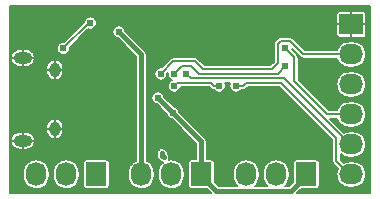
<source format=gbl>
G04 #@! TF.FileFunction,Copper,L2,Bot,Signal*
%FSLAX46Y46*%
G04 Gerber Fmt 4.6, Leading zero omitted, Abs format (unit mm)*
G04 Created by KiCad (PCBNEW 4.0.0-stable) date Sunday, July 24, 2016 'PMt' 12:32:08 PM*
%MOMM*%
G01*
G04 APERTURE LIST*
%ADD10C,0.100000*%
%ADD11O,0.950000X1.250000*%
%ADD12O,1.550000X1.000000*%
%ADD13R,1.727200X2.032000*%
%ADD14O,1.727200X2.032000*%
%ADD15R,2.032000X1.727200*%
%ADD16O,2.032000X1.727200*%
%ADD17C,0.609600*%
%ADD18C,0.400000*%
%ADD19C,0.200000*%
G04 APERTURE END LIST*
D10*
D11*
X4102540Y10755900D03*
X4102540Y5755900D03*
D12*
X1402540Y11755900D03*
X1402540Y4755900D03*
D13*
X16510000Y1905000D03*
D14*
X13970000Y1905000D03*
X11430000Y1905000D03*
D13*
X7620000Y1905000D03*
D14*
X5080000Y1905000D03*
X2540000Y1905000D03*
D15*
X29210000Y14605000D03*
D16*
X29210000Y12065000D03*
X29210000Y9525000D03*
X29210000Y6985000D03*
X29210000Y4445000D03*
X29210000Y1905000D03*
D13*
X25400000Y1905000D03*
D14*
X22860000Y1905000D03*
X20320000Y1905000D03*
D17*
X14097000Y7112000D03*
X12827000Y8382000D03*
X14097000Y6096000D03*
X8509000Y9144000D03*
X9144000Y6477000D03*
X12192000Y7747000D03*
X10668000Y7747000D03*
X9779000Y8636000D03*
X8509000Y7366000D03*
X6985000Y7366000D03*
X5461000Y7366000D03*
X3810000Y14605000D03*
X1270000Y14605000D03*
X6985000Y10795000D03*
X10287000Y3048000D03*
X21844000Y8128000D03*
X21590000Y15240000D03*
X14605000Y15240000D03*
X9525000Y13970000D03*
X7112000Y14732000D03*
X4826000Y12573000D03*
X23622000Y12573000D03*
X14224000Y9398000D03*
X18034000Y9398000D03*
X13081000Y10414000D03*
X15240000Y10414000D03*
X19431000Y9398000D03*
X14224000Y10414000D03*
X23622000Y11049000D03*
D18*
X13360855Y3350084D02*
X13208000Y3502939D01*
X13208000Y3502939D02*
X13208000Y3683000D01*
X12827000Y8382000D02*
X14097000Y7112000D01*
X14097000Y7112000D02*
X16510000Y4699000D01*
X16510000Y4699000D02*
X16510000Y4318000D01*
X16510000Y1905000D02*
X16510000Y1752600D01*
X16510000Y1752600D02*
X17773600Y489000D01*
X17773600Y489000D02*
X24136400Y489000D01*
X24136400Y489000D02*
X25400000Y1752600D01*
X25400000Y1752600D02*
X25400000Y1905000D01*
X16510000Y4318000D02*
X16510000Y1905000D01*
X10287000Y3048000D02*
X10493951Y2841049D01*
X21844000Y8128000D02*
X21717000Y8001000D01*
X21717000Y8001000D02*
X21717000Y7747000D01*
X21590000Y15240000D02*
X21590000Y14605000D01*
X1270000Y14605000D02*
X1905000Y14605000D01*
X9525000Y13970000D02*
X11430000Y12065000D01*
X11430000Y1905000D02*
X11430000Y12065000D01*
D19*
X4826000Y12573000D02*
X6985000Y14732000D01*
X6985000Y14732000D02*
X7112000Y14732000D01*
X29210000Y6985000D02*
X27178000Y6985000D01*
X27178000Y6985000D02*
X24384000Y9779000D01*
X24384000Y9779000D02*
X24384000Y11811000D01*
X24384000Y11811000D02*
X23622000Y12573000D01*
X14478000Y9652000D02*
X14224000Y9398000D01*
X17355736Y9652000D02*
X14478000Y9652000D01*
X18034000Y9398000D02*
X17609736Y9398000D01*
X17609736Y9398000D02*
X17355736Y9652000D01*
X14533215Y11471813D02*
X14138813Y11471813D01*
X14138813Y11471813D02*
X13081000Y10414000D01*
X16006127Y11471813D02*
X14533215Y11471813D01*
X22479000Y10795000D02*
X16682940Y10795000D01*
X16682940Y10795000D02*
X16006127Y11471813D01*
X29210000Y12065000D02*
X25146000Y12065000D01*
X23241000Y13208000D02*
X22987000Y12954000D01*
X22987000Y12954000D02*
X22987000Y11303000D01*
X22987000Y11303000D02*
X22479000Y10795000D01*
X25146000Y12065000D02*
X24003000Y13208000D01*
X24003000Y13208000D02*
X23241000Y13208000D01*
X15240000Y10414000D02*
X15621000Y10033000D01*
X15621000Y10033000D02*
X23469600Y10033000D01*
X23469600Y10033000D02*
X29057600Y4445000D01*
X29057600Y4445000D02*
X29210000Y4445000D01*
X19431000Y9398000D02*
X20066000Y9398000D01*
X20066000Y9398000D02*
X20320000Y9652000D01*
X20320000Y9652000D02*
X23241000Y9652000D01*
X23241000Y9652000D02*
X27940000Y4953000D01*
X27940000Y4953000D02*
X27940000Y3022600D01*
X27940000Y3022600D02*
X29057600Y1905000D01*
X29057600Y1905000D02*
X29210000Y1905000D01*
X15101846Y11093402D02*
X14903402Y11093402D01*
X14903402Y11093402D02*
X14224000Y10414000D01*
X15101846Y11093402D02*
X15043804Y11093402D01*
X15632154Y11093402D02*
X15101846Y11093402D01*
X16303987Y10421569D02*
X15632154Y11093402D01*
X22994569Y10421569D02*
X16303987Y10421569D01*
X23622000Y11049000D02*
X22994569Y10421569D01*
G36*
X30787600Y327400D02*
X24614590Y327400D01*
X24922569Y635379D01*
X26263600Y635379D01*
X26303794Y638584D01*
X26371967Y659696D01*
X26431559Y698965D01*
X26477852Y753281D01*
X26507180Y818343D01*
X26517221Y889000D01*
X26517221Y2921000D01*
X26514016Y2961194D01*
X26492904Y3029367D01*
X26453635Y3088959D01*
X26399319Y3135252D01*
X26334257Y3164580D01*
X26263600Y3174621D01*
X24536400Y3174621D01*
X24496206Y3171416D01*
X24428033Y3150304D01*
X24368441Y3111035D01*
X24322148Y3056719D01*
X24292820Y2991657D01*
X24282779Y2921000D01*
X24282779Y1275169D01*
X23949010Y941400D01*
X23631233Y941400D01*
X23640824Y949111D01*
X23780827Y1115960D01*
X23885755Y1306824D01*
X23951613Y1514434D01*
X23975891Y1730881D01*
X23976000Y1746463D01*
X23976000Y2063537D01*
X23954746Y2280303D01*
X23891793Y2488812D01*
X23789540Y2681122D01*
X23651881Y2849909D01*
X23484059Y2988743D01*
X23292467Y3092336D01*
X23084403Y3156743D01*
X22867791Y3179510D01*
X22650882Y3159770D01*
X22441939Y3098274D01*
X22248919Y2997366D01*
X22079176Y2860889D01*
X21939173Y2694040D01*
X21834245Y2503176D01*
X21768387Y2295566D01*
X21744109Y2079119D01*
X21744000Y2063537D01*
X21744000Y1746463D01*
X21765254Y1529697D01*
X21828207Y1321188D01*
X21930460Y1128878D01*
X22068119Y960091D01*
X22090713Y941400D01*
X21091233Y941400D01*
X21100824Y949111D01*
X21240827Y1115960D01*
X21345755Y1306824D01*
X21411613Y1514434D01*
X21435891Y1730881D01*
X21436000Y1746463D01*
X21436000Y2063537D01*
X21414746Y2280303D01*
X21351793Y2488812D01*
X21249540Y2681122D01*
X21111881Y2849909D01*
X20944059Y2988743D01*
X20752467Y3092336D01*
X20544403Y3156743D01*
X20327791Y3179510D01*
X20110882Y3159770D01*
X19901939Y3098274D01*
X19708919Y2997366D01*
X19539176Y2860889D01*
X19399173Y2694040D01*
X19294245Y2503176D01*
X19228387Y2295566D01*
X19204109Y2079119D01*
X19204000Y2063537D01*
X19204000Y1746463D01*
X19225254Y1529697D01*
X19288207Y1321188D01*
X19390460Y1128878D01*
X19528119Y960091D01*
X19550713Y941400D01*
X17960990Y941400D01*
X17627221Y1275169D01*
X17627221Y2921000D01*
X17624016Y2961194D01*
X17602904Y3029367D01*
X17563635Y3088959D01*
X17509319Y3135252D01*
X17444257Y3164580D01*
X17373600Y3174621D01*
X16962400Y3174621D01*
X16962400Y4699000D01*
X16958317Y4740639D01*
X16954679Y4782220D01*
X16954017Y4784500D01*
X16953784Y4786872D01*
X16941693Y4826921D01*
X16930047Y4867007D01*
X16928953Y4869118D01*
X16928265Y4871396D01*
X16908630Y4908325D01*
X16889414Y4945395D01*
X16887932Y4947252D01*
X16886814Y4949354D01*
X16860379Y4981767D01*
X16834330Y5014398D01*
X16831069Y5017704D01*
X16831010Y5017777D01*
X16830943Y5017833D01*
X16829895Y5018895D01*
X14647328Y7201462D01*
X14632999Y7273828D01*
X14591359Y7374855D01*
X14530888Y7465871D01*
X14453891Y7543407D01*
X14363300Y7604512D01*
X14262566Y7646857D01*
X14186272Y7662518D01*
X13377328Y8471462D01*
X13362999Y8543828D01*
X13321359Y8644855D01*
X13260888Y8735871D01*
X13183891Y8813407D01*
X13093300Y8874512D01*
X12992566Y8916857D01*
X12885525Y8938829D01*
X12776255Y8939592D01*
X12668918Y8919116D01*
X12567602Y8878182D01*
X12476167Y8818348D01*
X12398095Y8741894D01*
X12336359Y8651732D01*
X12293312Y8551296D01*
X12270593Y8444411D01*
X12269068Y8335149D01*
X12288793Y8227672D01*
X12329019Y8126073D01*
X12388213Y8034222D01*
X12464120Y7955618D01*
X12553849Y7893254D01*
X12653983Y7849507D01*
X12738224Y7830986D01*
X13546937Y7022273D01*
X13558793Y6957672D01*
X13599019Y6856073D01*
X13658213Y6764222D01*
X13734120Y6685618D01*
X13823849Y6623254D01*
X13923983Y6579507D01*
X14008224Y6560986D01*
X16057600Y4511610D01*
X16057600Y3174621D01*
X15646400Y3174621D01*
X15606206Y3171416D01*
X15538033Y3150304D01*
X15478441Y3111035D01*
X15432148Y3056719D01*
X15402820Y2991657D01*
X15392779Y2921000D01*
X15392779Y889000D01*
X15395984Y848806D01*
X15417096Y780633D01*
X15456365Y721041D01*
X15510681Y674748D01*
X15575743Y645420D01*
X15646400Y635379D01*
X16987431Y635379D01*
X17295410Y327400D01*
X327400Y327400D01*
X327400Y2063537D01*
X1424000Y2063537D01*
X1424000Y1746463D01*
X1445254Y1529697D01*
X1508207Y1321188D01*
X1610460Y1128878D01*
X1748119Y960091D01*
X1915941Y821257D01*
X2107533Y717664D01*
X2315597Y653257D01*
X2532209Y630490D01*
X2749118Y650230D01*
X2958061Y711726D01*
X3151081Y812634D01*
X3320824Y949111D01*
X3460827Y1115960D01*
X3565755Y1306824D01*
X3631613Y1514434D01*
X3655891Y1730881D01*
X3656000Y1746463D01*
X3656000Y2063537D01*
X3964000Y2063537D01*
X3964000Y1746463D01*
X3985254Y1529697D01*
X4048207Y1321188D01*
X4150460Y1128878D01*
X4288119Y960091D01*
X4455941Y821257D01*
X4647533Y717664D01*
X4855597Y653257D01*
X5072209Y630490D01*
X5289118Y650230D01*
X5498061Y711726D01*
X5691081Y812634D01*
X5860824Y949111D01*
X6000827Y1115960D01*
X6105755Y1306824D01*
X6171613Y1514434D01*
X6195891Y1730881D01*
X6196000Y1746463D01*
X6196000Y2063537D01*
X6174746Y2280303D01*
X6111793Y2488812D01*
X6009540Y2681122D01*
X5871881Y2849909D01*
X5785947Y2921000D01*
X6502779Y2921000D01*
X6502779Y889000D01*
X6505984Y848806D01*
X6527096Y780633D01*
X6566365Y721041D01*
X6620681Y674748D01*
X6685743Y645420D01*
X6756400Y635379D01*
X8483600Y635379D01*
X8523794Y638584D01*
X8591967Y659696D01*
X8651559Y698965D01*
X8697852Y753281D01*
X8727180Y818343D01*
X8737221Y889000D01*
X8737221Y2921000D01*
X8734016Y2961194D01*
X8712904Y3029367D01*
X8673635Y3088959D01*
X8619319Y3135252D01*
X8554257Y3164580D01*
X8483600Y3174621D01*
X6756400Y3174621D01*
X6716206Y3171416D01*
X6648033Y3150304D01*
X6588441Y3111035D01*
X6542148Y3056719D01*
X6512820Y2991657D01*
X6502779Y2921000D01*
X5785947Y2921000D01*
X5704059Y2988743D01*
X5512467Y3092336D01*
X5304403Y3156743D01*
X5087791Y3179510D01*
X4870882Y3159770D01*
X4661939Y3098274D01*
X4468919Y2997366D01*
X4299176Y2860889D01*
X4159173Y2694040D01*
X4054245Y2503176D01*
X3988387Y2295566D01*
X3964109Y2079119D01*
X3964000Y2063537D01*
X3656000Y2063537D01*
X3634746Y2280303D01*
X3571793Y2488812D01*
X3469540Y2681122D01*
X3331881Y2849909D01*
X3164059Y2988743D01*
X2972467Y3092336D01*
X2764403Y3156743D01*
X2547791Y3179510D01*
X2330882Y3159770D01*
X2121939Y3098274D01*
X1928919Y2997366D01*
X1759176Y2860889D01*
X1619173Y2694040D01*
X1514245Y2503176D01*
X1448387Y2295566D01*
X1424109Y2079119D01*
X1424000Y2063537D01*
X327400Y2063537D01*
X327400Y4638194D01*
X384404Y4638194D01*
X389596Y4609120D01*
X432411Y4467975D01*
X501939Y4337894D01*
X595509Y4223877D01*
X709524Y4130305D01*
X839604Y4060775D01*
X980749Y4017958D01*
X1127535Y4003500D01*
X1402535Y4003500D01*
X1402535Y4755895D01*
X1402545Y4755895D01*
X1402545Y4003500D01*
X1677545Y4003500D01*
X1824331Y4017958D01*
X1965476Y4060775D01*
X2095556Y4130305D01*
X2209571Y4223877D01*
X2303141Y4337894D01*
X2372669Y4467975D01*
X2415484Y4609120D01*
X2420676Y4638194D01*
X2366840Y4755895D01*
X1402545Y4755895D01*
X1402535Y4755895D01*
X438240Y4755895D01*
X384404Y4638194D01*
X327400Y4638194D01*
X327400Y4873606D01*
X384404Y4873606D01*
X438240Y4755905D01*
X1402535Y4755905D01*
X1402535Y5508300D01*
X1402545Y5508300D01*
X1402545Y4755905D01*
X2366840Y4755905D01*
X2420676Y4873606D01*
X2415484Y4902680D01*
X2372669Y5043825D01*
X2303141Y5173906D01*
X2209571Y5287923D01*
X2095556Y5381495D01*
X1965476Y5451025D01*
X1824331Y5493842D01*
X1677545Y5508300D01*
X1402545Y5508300D01*
X1402535Y5508300D01*
X1127535Y5508300D01*
X980749Y5493842D01*
X839604Y5451025D01*
X709524Y5381495D01*
X595509Y5287923D01*
X501939Y5173906D01*
X432411Y5043825D01*
X389596Y4902680D01*
X384404Y4873606D01*
X327400Y4873606D01*
X327400Y5755895D01*
X3375140Y5755895D01*
X3375140Y5605895D01*
X3389118Y5463986D01*
X3430512Y5327531D01*
X3497732Y5201774D01*
X3588194Y5091547D01*
X3698422Y5001086D01*
X3824180Y4933868D01*
X3960636Y4892476D01*
X3988745Y4887456D01*
X4102535Y4941600D01*
X4102535Y5755895D01*
X4102545Y5755895D01*
X4102545Y4941600D01*
X4216335Y4887456D01*
X4244444Y4892476D01*
X4380900Y4933868D01*
X4506658Y5001086D01*
X4616886Y5091547D01*
X4707348Y5201774D01*
X4774568Y5327531D01*
X4815962Y5463986D01*
X4829940Y5605895D01*
X4829940Y5755895D01*
X4102545Y5755895D01*
X4102535Y5755895D01*
X3375140Y5755895D01*
X327400Y5755895D01*
X327400Y5905905D01*
X3375140Y5905905D01*
X3375140Y5755905D01*
X4102535Y5755905D01*
X4102535Y6570200D01*
X4102545Y6570200D01*
X4102545Y5755905D01*
X4829940Y5755905D01*
X4829940Y5905905D01*
X4815962Y6047814D01*
X4774568Y6184269D01*
X4707348Y6310026D01*
X4616886Y6420253D01*
X4506658Y6510714D01*
X4380900Y6577932D01*
X4244444Y6619324D01*
X4216335Y6624344D01*
X4102545Y6570200D01*
X4102535Y6570200D01*
X3988745Y6624344D01*
X3960636Y6619324D01*
X3824180Y6577932D01*
X3698422Y6510714D01*
X3588194Y6420253D01*
X3497732Y6310026D01*
X3430512Y6184269D01*
X3389118Y6047814D01*
X3375140Y5905905D01*
X327400Y5905905D01*
X327400Y10755895D01*
X3375140Y10755895D01*
X3375140Y10605895D01*
X3389118Y10463986D01*
X3430512Y10327531D01*
X3497732Y10201774D01*
X3588194Y10091547D01*
X3698422Y10001086D01*
X3824180Y9933868D01*
X3960636Y9892476D01*
X3988745Y9887456D01*
X4102535Y9941600D01*
X4102535Y10755895D01*
X4102545Y10755895D01*
X4102545Y9941600D01*
X4216335Y9887456D01*
X4244444Y9892476D01*
X4380900Y9933868D01*
X4506658Y10001086D01*
X4616886Y10091547D01*
X4707348Y10201774D01*
X4774568Y10327531D01*
X4815962Y10463986D01*
X4829940Y10605895D01*
X4829940Y10755895D01*
X4102545Y10755895D01*
X4102535Y10755895D01*
X3375140Y10755895D01*
X327400Y10755895D01*
X327400Y10905905D01*
X3375140Y10905905D01*
X3375140Y10755905D01*
X4102535Y10755905D01*
X4102535Y11570200D01*
X4102545Y11570200D01*
X4102545Y10755905D01*
X4829940Y10755905D01*
X4829940Y10905905D01*
X4815962Y11047814D01*
X4774568Y11184269D01*
X4707348Y11310026D01*
X4616886Y11420253D01*
X4506658Y11510714D01*
X4380900Y11577932D01*
X4244444Y11619324D01*
X4216335Y11624344D01*
X4102545Y11570200D01*
X4102535Y11570200D01*
X3988745Y11624344D01*
X3960636Y11619324D01*
X3824180Y11577932D01*
X3698422Y11510714D01*
X3588194Y11420253D01*
X3497732Y11310026D01*
X3430512Y11184269D01*
X3389118Y11047814D01*
X3375140Y10905905D01*
X327400Y10905905D01*
X327400Y11638194D01*
X384404Y11638194D01*
X389596Y11609120D01*
X432411Y11467975D01*
X501939Y11337894D01*
X595509Y11223877D01*
X709524Y11130305D01*
X839604Y11060775D01*
X980749Y11017958D01*
X1127535Y11003500D01*
X1402535Y11003500D01*
X1402535Y11755895D01*
X1402545Y11755895D01*
X1402545Y11003500D01*
X1677545Y11003500D01*
X1824331Y11017958D01*
X1965476Y11060775D01*
X2095556Y11130305D01*
X2209571Y11223877D01*
X2303141Y11337894D01*
X2372669Y11467975D01*
X2415484Y11609120D01*
X2420676Y11638194D01*
X2366840Y11755895D01*
X1402545Y11755895D01*
X1402535Y11755895D01*
X438240Y11755895D01*
X384404Y11638194D01*
X327400Y11638194D01*
X327400Y11873606D01*
X384404Y11873606D01*
X438240Y11755905D01*
X1402535Y11755905D01*
X1402535Y12508300D01*
X1402545Y12508300D01*
X1402545Y11755905D01*
X2366840Y11755905D01*
X2420676Y11873606D01*
X2415484Y11902680D01*
X2372669Y12043825D01*
X2303141Y12173906D01*
X2209571Y12287923D01*
X2095556Y12381495D01*
X1965476Y12451025D01*
X1824331Y12493842D01*
X1677545Y12508300D01*
X1402545Y12508300D01*
X1402535Y12508300D01*
X1127535Y12508300D01*
X980749Y12493842D01*
X839604Y12451025D01*
X709524Y12381495D01*
X595509Y12287923D01*
X501939Y12173906D01*
X432411Y12043825D01*
X389596Y11902680D01*
X384404Y11873606D01*
X327400Y11873606D01*
X327400Y12526149D01*
X4268068Y12526149D01*
X4287793Y12418672D01*
X4328019Y12317073D01*
X4387213Y12225222D01*
X4463120Y12146618D01*
X4552849Y12084254D01*
X4652983Y12040507D01*
X4759706Y12017043D01*
X4868955Y12014754D01*
X4976567Y12033729D01*
X5078445Y12073245D01*
X5170706Y12131796D01*
X5249839Y12207152D01*
X5312827Y12296444D01*
X5357272Y12396269D01*
X5381481Y12502826D01*
X5383224Y12627636D01*
X5382527Y12631159D01*
X6674517Y13923149D01*
X8967068Y13923149D01*
X8986793Y13815672D01*
X9027019Y13714073D01*
X9086213Y13622222D01*
X9162120Y13543618D01*
X9251849Y13481254D01*
X9351983Y13437507D01*
X9436224Y13418986D01*
X10977600Y11877610D01*
X10977600Y3080322D01*
X10818919Y2997366D01*
X10649176Y2860889D01*
X10509173Y2694040D01*
X10404245Y2503176D01*
X10338387Y2295566D01*
X10314109Y2079119D01*
X10314000Y2063537D01*
X10314000Y1746463D01*
X10335254Y1529697D01*
X10398207Y1321188D01*
X10500460Y1128878D01*
X10638119Y960091D01*
X10805941Y821257D01*
X10997533Y717664D01*
X11205597Y653257D01*
X11422209Y630490D01*
X11639118Y650230D01*
X11848061Y711726D01*
X12041081Y812634D01*
X12210824Y949111D01*
X12350827Y1115960D01*
X12455755Y1306824D01*
X12521613Y1514434D01*
X12545891Y1730881D01*
X12546000Y1746463D01*
X12546000Y2063537D01*
X12524746Y2280303D01*
X12461793Y2488812D01*
X12359540Y2681122D01*
X12221881Y2849909D01*
X12054059Y2988743D01*
X11882400Y3081558D01*
X11882400Y3683000D01*
X12755600Y3683000D01*
X12755600Y3502939D01*
X12759678Y3461346D01*
X12763320Y3419720D01*
X12763984Y3417435D01*
X12764216Y3415067D01*
X12776299Y3375047D01*
X12787953Y3334932D01*
X12789047Y3332821D01*
X12789735Y3330543D01*
X12809370Y3293614D01*
X12828586Y3256544D01*
X12830068Y3254687D01*
X12831186Y3252585D01*
X12857621Y3220172D01*
X12883670Y3187541D01*
X12886931Y3184235D01*
X12886990Y3184162D01*
X12887057Y3184106D01*
X12888105Y3183044D01*
X13040960Y3030189D01*
X13109187Y2974146D01*
X13187000Y2932423D01*
X13253036Y2912234D01*
X13189176Y2860889D01*
X13049173Y2694040D01*
X12944245Y2503176D01*
X12878387Y2295566D01*
X12854109Y2079119D01*
X12854000Y2063537D01*
X12854000Y1746463D01*
X12875254Y1529697D01*
X12938207Y1321188D01*
X13040460Y1128878D01*
X13178119Y960091D01*
X13345941Y821257D01*
X13537533Y717664D01*
X13745597Y653257D01*
X13962209Y630490D01*
X14179118Y650230D01*
X14388061Y711726D01*
X14581081Y812634D01*
X14750824Y949111D01*
X14890827Y1115960D01*
X14995755Y1306824D01*
X15061613Y1514434D01*
X15085891Y1730881D01*
X15086000Y1746463D01*
X15086000Y2063537D01*
X15064746Y2280303D01*
X15001793Y2488812D01*
X14899540Y2681122D01*
X14761881Y2849909D01*
X14594059Y2988743D01*
X14402467Y3092336D01*
X14194403Y3156743D01*
X13977791Y3179510D01*
X13770377Y3160634D01*
X13777292Y3173317D01*
X13803695Y3257570D01*
X13813230Y3345347D01*
X13805535Y3433303D01*
X13780902Y3518091D01*
X13740270Y3596479D01*
X13685185Y3665482D01*
X13680750Y3669979D01*
X13659603Y3691126D01*
X13651784Y3770872D01*
X13626265Y3855396D01*
X13584814Y3933354D01*
X13529010Y4001777D01*
X13460979Y4058057D01*
X13383312Y4100051D01*
X13298968Y4126160D01*
X13211158Y4135389D01*
X13123229Y4127387D01*
X13038528Y4102458D01*
X12960282Y4061552D01*
X12891472Y4006227D01*
X12834719Y3938591D01*
X12792183Y3861219D01*
X12765486Y3777059D01*
X12755644Y3689316D01*
X12755600Y3683000D01*
X11882400Y3683000D01*
X11882400Y10367149D01*
X12523068Y10367149D01*
X12542793Y10259672D01*
X12583019Y10158073D01*
X12642213Y10066222D01*
X12718120Y9987618D01*
X12807849Y9925254D01*
X12907983Y9881507D01*
X13014706Y9858043D01*
X13123955Y9855754D01*
X13231567Y9874729D01*
X13333445Y9914245D01*
X13425706Y9972796D01*
X13504839Y10048152D01*
X13567827Y10137444D01*
X13612272Y10237269D01*
X13636481Y10343826D01*
X13638224Y10468636D01*
X13637527Y10472158D01*
X13674561Y10509193D01*
X13667593Y10476411D01*
X13666068Y10367149D01*
X13685793Y10259672D01*
X13726019Y10158073D01*
X13785213Y10066222D01*
X13861120Y9987618D01*
X13950849Y9925254D01*
X13994407Y9906224D01*
X13964602Y9894182D01*
X13873167Y9834348D01*
X13795095Y9757894D01*
X13733359Y9667732D01*
X13690312Y9567296D01*
X13667593Y9460411D01*
X13666068Y9351149D01*
X13685793Y9243672D01*
X13726019Y9142073D01*
X13785213Y9050222D01*
X13861120Y8971618D01*
X13950849Y8909254D01*
X14050983Y8865507D01*
X14157706Y8842043D01*
X14266955Y8839754D01*
X14374567Y8858729D01*
X14476445Y8898245D01*
X14568706Y8956796D01*
X14647839Y9032152D01*
X14710827Y9121444D01*
X14755272Y9221269D01*
X14773068Y9299600D01*
X17209768Y9299600D01*
X17360551Y9148816D01*
X17385741Y9128125D01*
X17410642Y9107230D01*
X17412263Y9106339D01*
X17413697Y9105161D01*
X17442415Y9089763D01*
X17470911Y9074097D01*
X17472676Y9073537D01*
X17474310Y9072661D01*
X17505428Y9063148D01*
X17536468Y9053301D01*
X17538312Y9053094D01*
X17540082Y9052553D01*
X17572441Y9049266D01*
X17599015Y9046285D01*
X17671120Y8971618D01*
X17760849Y8909254D01*
X17860983Y8865507D01*
X17967706Y8842043D01*
X18076955Y8839754D01*
X18184567Y8858729D01*
X18286445Y8898245D01*
X18378706Y8956796D01*
X18457839Y9032152D01*
X18520827Y9121444D01*
X18565272Y9221269D01*
X18589481Y9327826D01*
X18591224Y9452636D01*
X18569999Y9559828D01*
X18528359Y9660855D01*
X18515240Y9680600D01*
X18949170Y9680600D01*
X18940359Y9667732D01*
X18897312Y9567296D01*
X18874593Y9460411D01*
X18873068Y9351149D01*
X18892793Y9243672D01*
X18933019Y9142073D01*
X18992213Y9050222D01*
X19068120Y8971618D01*
X19157849Y8909254D01*
X19257983Y8865507D01*
X19364706Y8842043D01*
X19473955Y8839754D01*
X19581567Y8858729D01*
X19683445Y8898245D01*
X19775706Y8956796D01*
X19854839Y9032152D01*
X19864325Y9045600D01*
X20066000Y9045600D01*
X20098462Y9048783D01*
X20130825Y9051614D01*
X20132601Y9052130D01*
X20134448Y9052311D01*
X20165653Y9061733D01*
X20196870Y9070802D01*
X20198514Y9071654D01*
X20200289Y9072190D01*
X20229037Y9087476D01*
X20257931Y9102453D01*
X20259380Y9103609D01*
X20261015Y9104479D01*
X20286246Y9125057D01*
X20311681Y9145361D01*
X20314255Y9147900D01*
X20314313Y9147947D01*
X20314358Y9148001D01*
X20315184Y9148816D01*
X20465969Y9299600D01*
X23095032Y9299600D01*
X27587600Y4807031D01*
X27587600Y3022600D01*
X27590783Y2990138D01*
X27593614Y2957775D01*
X27594130Y2955999D01*
X27594311Y2954152D01*
X27603733Y2922947D01*
X27612802Y2891730D01*
X27613654Y2890086D01*
X27614190Y2888311D01*
X27629476Y2859563D01*
X27644453Y2830669D01*
X27645609Y2829220D01*
X27646479Y2827585D01*
X27667057Y2802354D01*
X27687361Y2776919D01*
X27689900Y2774345D01*
X27689947Y2774287D01*
X27690001Y2774242D01*
X27690816Y2773416D01*
X28059197Y2405035D01*
X28022664Y2337467D01*
X27958257Y2129403D01*
X27935490Y1912791D01*
X27955230Y1695882D01*
X28016726Y1486939D01*
X28117634Y1293919D01*
X28254111Y1124176D01*
X28420960Y984173D01*
X28611824Y879245D01*
X28819434Y813387D01*
X29035881Y789109D01*
X29051463Y789000D01*
X29368537Y789000D01*
X29585303Y810254D01*
X29793812Y873207D01*
X29986122Y975460D01*
X30154909Y1113119D01*
X30293743Y1280941D01*
X30397336Y1472533D01*
X30461743Y1680597D01*
X30484510Y1897209D01*
X30464770Y2114118D01*
X30403274Y2323061D01*
X30302366Y2516081D01*
X30165889Y2685824D01*
X29999040Y2825827D01*
X29808176Y2930755D01*
X29600566Y2996613D01*
X29384119Y3020891D01*
X29368537Y3021000D01*
X29051463Y3021000D01*
X28834697Y2999746D01*
X28626188Y2936793D01*
X28559587Y2901381D01*
X28292400Y3168568D01*
X28292400Y3632048D01*
X28420960Y3524173D01*
X28611824Y3419245D01*
X28819434Y3353387D01*
X29035881Y3329109D01*
X29051463Y3329000D01*
X29368537Y3329000D01*
X29585303Y3350254D01*
X29793812Y3413207D01*
X29986122Y3515460D01*
X30154909Y3653119D01*
X30293743Y3820941D01*
X30397336Y4012533D01*
X30461743Y4220597D01*
X30484510Y4437209D01*
X30464770Y4654118D01*
X30403274Y4863061D01*
X30302366Y5056081D01*
X30165889Y5225824D01*
X29999040Y5365827D01*
X29808176Y5470755D01*
X29600566Y5536613D01*
X29384119Y5560891D01*
X29368537Y5561000D01*
X29051463Y5561000D01*
X28834697Y5539746D01*
X28626188Y5476793D01*
X28559588Y5441381D01*
X27368369Y6632600D01*
X27997401Y6632600D01*
X28016726Y6566939D01*
X28117634Y6373919D01*
X28254111Y6204176D01*
X28420960Y6064173D01*
X28611824Y5959245D01*
X28819434Y5893387D01*
X29035881Y5869109D01*
X29051463Y5869000D01*
X29368537Y5869000D01*
X29585303Y5890254D01*
X29793812Y5953207D01*
X29986122Y6055460D01*
X30154909Y6193119D01*
X30293743Y6360941D01*
X30397336Y6552533D01*
X30461743Y6760597D01*
X30484510Y6977209D01*
X30464770Y7194118D01*
X30403274Y7403061D01*
X30302366Y7596081D01*
X30165889Y7765824D01*
X29999040Y7905827D01*
X29808176Y8010755D01*
X29600566Y8076613D01*
X29384119Y8100891D01*
X29368537Y8101000D01*
X29051463Y8101000D01*
X28834697Y8079746D01*
X28626188Y8016793D01*
X28433878Y7914540D01*
X28265091Y7776881D01*
X28126257Y7609059D01*
X28022664Y7417467D01*
X27997879Y7337400D01*
X27323969Y7337400D01*
X25128578Y9532791D01*
X27935490Y9532791D01*
X27955230Y9315882D01*
X28016726Y9106939D01*
X28117634Y8913919D01*
X28254111Y8744176D01*
X28420960Y8604173D01*
X28611824Y8499245D01*
X28819434Y8433387D01*
X29035881Y8409109D01*
X29051463Y8409000D01*
X29368537Y8409000D01*
X29585303Y8430254D01*
X29793812Y8493207D01*
X29986122Y8595460D01*
X30154909Y8733119D01*
X30293743Y8900941D01*
X30397336Y9092533D01*
X30461743Y9300597D01*
X30484510Y9517209D01*
X30464770Y9734118D01*
X30403274Y9943061D01*
X30302366Y10136081D01*
X30165889Y10305824D01*
X29999040Y10445827D01*
X29808176Y10550755D01*
X29600566Y10616613D01*
X29384119Y10640891D01*
X29368537Y10641000D01*
X29051463Y10641000D01*
X28834697Y10619746D01*
X28626188Y10556793D01*
X28433878Y10454540D01*
X28265091Y10316881D01*
X28126257Y10149059D01*
X28022664Y9957467D01*
X27958257Y9749403D01*
X27935490Y9532791D01*
X25128578Y9532791D01*
X24736400Y9924968D01*
X24736400Y11811000D01*
X24733217Y11843465D01*
X24730386Y11875825D01*
X24729870Y11877601D01*
X24729689Y11879448D01*
X24720267Y11910653D01*
X24711198Y11941870D01*
X24710346Y11943514D01*
X24709810Y11945289D01*
X24694524Y11974037D01*
X24679547Y12002931D01*
X24678390Y12004380D01*
X24677521Y12006015D01*
X24656968Y12031216D01*
X24636640Y12056681D01*
X24634096Y12059261D01*
X24634053Y12059313D01*
X24634004Y12059353D01*
X24633185Y12060184D01*
X24177661Y12515708D01*
X24177926Y12534705D01*
X24896815Y11815816D01*
X24922005Y11795125D01*
X24946906Y11774230D01*
X24948527Y11773339D01*
X24949961Y11772161D01*
X24978679Y11756763D01*
X25007175Y11741097D01*
X25008940Y11740537D01*
X25010574Y11739661D01*
X25041692Y11730148D01*
X25072732Y11720301D01*
X25074576Y11720094D01*
X25076346Y11719553D01*
X25108701Y11716266D01*
X25141080Y11712634D01*
X25144701Y11712609D01*
X25144770Y11712602D01*
X25144834Y11712608D01*
X25146000Y11712600D01*
X27997401Y11712600D01*
X28016726Y11646939D01*
X28117634Y11453919D01*
X28254111Y11284176D01*
X28420960Y11144173D01*
X28611824Y11039245D01*
X28819434Y10973387D01*
X29035881Y10949109D01*
X29051463Y10949000D01*
X29368537Y10949000D01*
X29585303Y10970254D01*
X29793812Y11033207D01*
X29986122Y11135460D01*
X30154909Y11273119D01*
X30293743Y11440941D01*
X30397336Y11632533D01*
X30461743Y11840597D01*
X30484510Y12057209D01*
X30464770Y12274118D01*
X30403274Y12483061D01*
X30302366Y12676081D01*
X30165889Y12845824D01*
X29999040Y12985827D01*
X29808176Y13090755D01*
X29600566Y13156613D01*
X29384119Y13180891D01*
X29368537Y13181000D01*
X29051463Y13181000D01*
X28834697Y13159746D01*
X28626188Y13096793D01*
X28433878Y12994540D01*
X28265091Y12856881D01*
X28126257Y12689059D01*
X28022664Y12497467D01*
X27997879Y12417400D01*
X25291969Y12417400D01*
X24252184Y13457184D01*
X24227020Y13477855D01*
X24202094Y13498770D01*
X24200473Y13499661D01*
X24199039Y13500839D01*
X24170321Y13516237D01*
X24141825Y13531903D01*
X24140060Y13532463D01*
X24138426Y13533339D01*
X24107308Y13542852D01*
X24076268Y13552699D01*
X24074424Y13552906D01*
X24072654Y13553447D01*
X24040299Y13556734D01*
X24007920Y13560366D01*
X24004299Y13560391D01*
X24004230Y13560398D01*
X24004166Y13560392D01*
X24003000Y13560400D01*
X23241000Y13560400D01*
X23208538Y13557217D01*
X23176175Y13554386D01*
X23174399Y13553870D01*
X23172552Y13553689D01*
X23141347Y13544267D01*
X23110130Y13535198D01*
X23108486Y13534346D01*
X23106711Y13533810D01*
X23077963Y13518524D01*
X23049069Y13503547D01*
X23047620Y13502390D01*
X23045985Y13501521D01*
X23020778Y13480963D01*
X22995318Y13460639D01*
X22992739Y13458096D01*
X22992687Y13458053D01*
X22992647Y13458004D01*
X22991815Y13457184D01*
X22737816Y13203184D01*
X22717145Y13178020D01*
X22696230Y13153094D01*
X22695339Y13151473D01*
X22694161Y13150039D01*
X22678763Y13121321D01*
X22663097Y13092825D01*
X22662537Y13091060D01*
X22661661Y13089426D01*
X22652148Y13058308D01*
X22642301Y13027268D01*
X22642094Y13025424D01*
X22641553Y13023654D01*
X22638266Y12991299D01*
X22634634Y12958920D01*
X22634609Y12955299D01*
X22634602Y12955230D01*
X22634608Y12955166D01*
X22634600Y12954000D01*
X22634600Y11448969D01*
X22333032Y11147400D01*
X16828909Y11147400D01*
X16255311Y11720997D01*
X16230147Y11741668D01*
X16205221Y11762583D01*
X16203600Y11763474D01*
X16202166Y11764652D01*
X16173448Y11780050D01*
X16144952Y11795716D01*
X16143187Y11796276D01*
X16141553Y11797152D01*
X16110435Y11806665D01*
X16079395Y11816512D01*
X16077551Y11816719D01*
X16075781Y11817260D01*
X16043426Y11820547D01*
X16011047Y11824179D01*
X16007426Y11824204D01*
X16007357Y11824211D01*
X16007293Y11824205D01*
X16006127Y11824213D01*
X14138813Y11824213D01*
X14106351Y11821030D01*
X14073988Y11818199D01*
X14072212Y11817683D01*
X14070365Y11817502D01*
X14039160Y11808080D01*
X14007943Y11799011D01*
X14006299Y11798159D01*
X14004524Y11797623D01*
X13975776Y11782337D01*
X13946882Y11767360D01*
X13945433Y11766203D01*
X13943798Y11765334D01*
X13918591Y11744776D01*
X13893131Y11724452D01*
X13890552Y11721909D01*
X13890500Y11721866D01*
X13890460Y11721817D01*
X13889628Y11720997D01*
X13139461Y10970829D01*
X13030255Y10971592D01*
X12922918Y10951116D01*
X12821602Y10910182D01*
X12730167Y10850348D01*
X12652095Y10773894D01*
X12590359Y10683732D01*
X12547312Y10583296D01*
X12524593Y10476411D01*
X12523068Y10367149D01*
X11882400Y10367149D01*
X11882400Y12065000D01*
X11878322Y12106593D01*
X11874680Y12148219D01*
X11874016Y12150504D01*
X11873784Y12152872D01*
X11861701Y12192892D01*
X11850047Y12233007D01*
X11848953Y12235118D01*
X11848265Y12237396D01*
X11828651Y12274285D01*
X11809415Y12311395D01*
X11807930Y12313255D01*
X11806814Y12315354D01*
X11780401Y12347740D01*
X11754330Y12380398D01*
X11751069Y12383704D01*
X11751010Y12383777D01*
X11750943Y12383833D01*
X11749895Y12384895D01*
X10075328Y14059462D01*
X10060999Y14131828D01*
X10019359Y14232855D01*
X9958888Y14323871D01*
X9881891Y14401407D01*
X9791300Y14462512D01*
X9690566Y14504857D01*
X9583525Y14526829D01*
X9474255Y14527592D01*
X9366918Y14507116D01*
X9265602Y14466182D01*
X9174167Y14406348D01*
X9096095Y14329894D01*
X9034359Y14239732D01*
X8991312Y14139296D01*
X8968593Y14032411D01*
X8967068Y13923149D01*
X6674517Y13923149D01*
X6948732Y14197364D01*
X7045706Y14176043D01*
X7154955Y14173754D01*
X7262567Y14192729D01*
X7364445Y14232245D01*
X7456706Y14290796D01*
X7535839Y14366152D01*
X7598827Y14455444D01*
X7637317Y14541895D01*
X27941600Y14541895D01*
X27941600Y13716541D01*
X27951300Y13667777D01*
X27970326Y13621844D01*
X27997948Y13580504D01*
X28033105Y13545348D01*
X28074444Y13517726D01*
X28120378Y13498700D01*
X28169141Y13489000D01*
X29146895Y13489000D01*
X29209995Y13552100D01*
X29209995Y14604995D01*
X29210005Y14604995D01*
X29210005Y13552100D01*
X29273105Y13489000D01*
X30250859Y13489000D01*
X30299622Y13498700D01*
X30345556Y13517726D01*
X30386895Y13545348D01*
X30422052Y13580504D01*
X30449674Y13621844D01*
X30468700Y13667777D01*
X30478400Y13716541D01*
X30478400Y14541895D01*
X30415300Y14604995D01*
X29210005Y14604995D01*
X29209995Y14604995D01*
X28004700Y14604995D01*
X27941600Y14541895D01*
X7637317Y14541895D01*
X7643272Y14555269D01*
X7667481Y14661826D01*
X7669224Y14786636D01*
X7647999Y14893828D01*
X7606359Y14994855D01*
X7545888Y15085871D01*
X7468891Y15163407D01*
X7378300Y15224512D01*
X7277566Y15266857D01*
X7170525Y15288829D01*
X7061255Y15289592D01*
X6953918Y15269116D01*
X6852602Y15228182D01*
X6761167Y15168348D01*
X6683095Y15091894D01*
X6621359Y15001732D01*
X6578312Y14901296D01*
X6557361Y14802729D01*
X4884461Y13129829D01*
X4775255Y13130592D01*
X4667918Y13110116D01*
X4566602Y13069182D01*
X4475167Y13009348D01*
X4397095Y12932894D01*
X4335359Y12842732D01*
X4292312Y12742296D01*
X4269593Y12635411D01*
X4268068Y12526149D01*
X327400Y12526149D01*
X327400Y15493459D01*
X27941600Y15493459D01*
X27941600Y14668105D01*
X28004700Y14605005D01*
X29209995Y14605005D01*
X29209995Y15657900D01*
X29210005Y15657900D01*
X29210005Y14605005D01*
X30415300Y14605005D01*
X30478400Y14668105D01*
X30478400Y15493459D01*
X30468700Y15542223D01*
X30449674Y15588156D01*
X30422052Y15629496D01*
X30386895Y15664652D01*
X30345556Y15692274D01*
X30299622Y15711300D01*
X30250859Y15721000D01*
X29273105Y15721000D01*
X29210005Y15657900D01*
X29209995Y15657900D01*
X29146895Y15721000D01*
X28169141Y15721000D01*
X28120378Y15711300D01*
X28074444Y15692274D01*
X28033105Y15664652D01*
X27997948Y15629496D01*
X27970326Y15588156D01*
X27951300Y15542223D01*
X27941600Y15493459D01*
X327400Y15493459D01*
X327400Y16182600D01*
X30787600Y16182600D01*
X30787600Y327400D01*
X30787600Y327400D01*
G37*
X30787600Y327400D02*
X24614590Y327400D01*
X24922569Y635379D01*
X26263600Y635379D01*
X26303794Y638584D01*
X26371967Y659696D01*
X26431559Y698965D01*
X26477852Y753281D01*
X26507180Y818343D01*
X26517221Y889000D01*
X26517221Y2921000D01*
X26514016Y2961194D01*
X26492904Y3029367D01*
X26453635Y3088959D01*
X26399319Y3135252D01*
X26334257Y3164580D01*
X26263600Y3174621D01*
X24536400Y3174621D01*
X24496206Y3171416D01*
X24428033Y3150304D01*
X24368441Y3111035D01*
X24322148Y3056719D01*
X24292820Y2991657D01*
X24282779Y2921000D01*
X24282779Y1275169D01*
X23949010Y941400D01*
X23631233Y941400D01*
X23640824Y949111D01*
X23780827Y1115960D01*
X23885755Y1306824D01*
X23951613Y1514434D01*
X23975891Y1730881D01*
X23976000Y1746463D01*
X23976000Y2063537D01*
X23954746Y2280303D01*
X23891793Y2488812D01*
X23789540Y2681122D01*
X23651881Y2849909D01*
X23484059Y2988743D01*
X23292467Y3092336D01*
X23084403Y3156743D01*
X22867791Y3179510D01*
X22650882Y3159770D01*
X22441939Y3098274D01*
X22248919Y2997366D01*
X22079176Y2860889D01*
X21939173Y2694040D01*
X21834245Y2503176D01*
X21768387Y2295566D01*
X21744109Y2079119D01*
X21744000Y2063537D01*
X21744000Y1746463D01*
X21765254Y1529697D01*
X21828207Y1321188D01*
X21930460Y1128878D01*
X22068119Y960091D01*
X22090713Y941400D01*
X21091233Y941400D01*
X21100824Y949111D01*
X21240827Y1115960D01*
X21345755Y1306824D01*
X21411613Y1514434D01*
X21435891Y1730881D01*
X21436000Y1746463D01*
X21436000Y2063537D01*
X21414746Y2280303D01*
X21351793Y2488812D01*
X21249540Y2681122D01*
X21111881Y2849909D01*
X20944059Y2988743D01*
X20752467Y3092336D01*
X20544403Y3156743D01*
X20327791Y3179510D01*
X20110882Y3159770D01*
X19901939Y3098274D01*
X19708919Y2997366D01*
X19539176Y2860889D01*
X19399173Y2694040D01*
X19294245Y2503176D01*
X19228387Y2295566D01*
X19204109Y2079119D01*
X19204000Y2063537D01*
X19204000Y1746463D01*
X19225254Y1529697D01*
X19288207Y1321188D01*
X19390460Y1128878D01*
X19528119Y960091D01*
X19550713Y941400D01*
X17960990Y941400D01*
X17627221Y1275169D01*
X17627221Y2921000D01*
X17624016Y2961194D01*
X17602904Y3029367D01*
X17563635Y3088959D01*
X17509319Y3135252D01*
X17444257Y3164580D01*
X17373600Y3174621D01*
X16962400Y3174621D01*
X16962400Y4699000D01*
X16958317Y4740639D01*
X16954679Y4782220D01*
X16954017Y4784500D01*
X16953784Y4786872D01*
X16941693Y4826921D01*
X16930047Y4867007D01*
X16928953Y4869118D01*
X16928265Y4871396D01*
X16908630Y4908325D01*
X16889414Y4945395D01*
X16887932Y4947252D01*
X16886814Y4949354D01*
X16860379Y4981767D01*
X16834330Y5014398D01*
X16831069Y5017704D01*
X16831010Y5017777D01*
X16830943Y5017833D01*
X16829895Y5018895D01*
X14647328Y7201462D01*
X14632999Y7273828D01*
X14591359Y7374855D01*
X14530888Y7465871D01*
X14453891Y7543407D01*
X14363300Y7604512D01*
X14262566Y7646857D01*
X14186272Y7662518D01*
X13377328Y8471462D01*
X13362999Y8543828D01*
X13321359Y8644855D01*
X13260888Y8735871D01*
X13183891Y8813407D01*
X13093300Y8874512D01*
X12992566Y8916857D01*
X12885525Y8938829D01*
X12776255Y8939592D01*
X12668918Y8919116D01*
X12567602Y8878182D01*
X12476167Y8818348D01*
X12398095Y8741894D01*
X12336359Y8651732D01*
X12293312Y8551296D01*
X12270593Y8444411D01*
X12269068Y8335149D01*
X12288793Y8227672D01*
X12329019Y8126073D01*
X12388213Y8034222D01*
X12464120Y7955618D01*
X12553849Y7893254D01*
X12653983Y7849507D01*
X12738224Y7830986D01*
X13546937Y7022273D01*
X13558793Y6957672D01*
X13599019Y6856073D01*
X13658213Y6764222D01*
X13734120Y6685618D01*
X13823849Y6623254D01*
X13923983Y6579507D01*
X14008224Y6560986D01*
X16057600Y4511610D01*
X16057600Y3174621D01*
X15646400Y3174621D01*
X15606206Y3171416D01*
X15538033Y3150304D01*
X15478441Y3111035D01*
X15432148Y3056719D01*
X15402820Y2991657D01*
X15392779Y2921000D01*
X15392779Y889000D01*
X15395984Y848806D01*
X15417096Y780633D01*
X15456365Y721041D01*
X15510681Y674748D01*
X15575743Y645420D01*
X15646400Y635379D01*
X16987431Y635379D01*
X17295410Y327400D01*
X327400Y327400D01*
X327400Y2063537D01*
X1424000Y2063537D01*
X1424000Y1746463D01*
X1445254Y1529697D01*
X1508207Y1321188D01*
X1610460Y1128878D01*
X1748119Y960091D01*
X1915941Y821257D01*
X2107533Y717664D01*
X2315597Y653257D01*
X2532209Y630490D01*
X2749118Y650230D01*
X2958061Y711726D01*
X3151081Y812634D01*
X3320824Y949111D01*
X3460827Y1115960D01*
X3565755Y1306824D01*
X3631613Y1514434D01*
X3655891Y1730881D01*
X3656000Y1746463D01*
X3656000Y2063537D01*
X3964000Y2063537D01*
X3964000Y1746463D01*
X3985254Y1529697D01*
X4048207Y1321188D01*
X4150460Y1128878D01*
X4288119Y960091D01*
X4455941Y821257D01*
X4647533Y717664D01*
X4855597Y653257D01*
X5072209Y630490D01*
X5289118Y650230D01*
X5498061Y711726D01*
X5691081Y812634D01*
X5860824Y949111D01*
X6000827Y1115960D01*
X6105755Y1306824D01*
X6171613Y1514434D01*
X6195891Y1730881D01*
X6196000Y1746463D01*
X6196000Y2063537D01*
X6174746Y2280303D01*
X6111793Y2488812D01*
X6009540Y2681122D01*
X5871881Y2849909D01*
X5785947Y2921000D01*
X6502779Y2921000D01*
X6502779Y889000D01*
X6505984Y848806D01*
X6527096Y780633D01*
X6566365Y721041D01*
X6620681Y674748D01*
X6685743Y645420D01*
X6756400Y635379D01*
X8483600Y635379D01*
X8523794Y638584D01*
X8591967Y659696D01*
X8651559Y698965D01*
X8697852Y753281D01*
X8727180Y818343D01*
X8737221Y889000D01*
X8737221Y2921000D01*
X8734016Y2961194D01*
X8712904Y3029367D01*
X8673635Y3088959D01*
X8619319Y3135252D01*
X8554257Y3164580D01*
X8483600Y3174621D01*
X6756400Y3174621D01*
X6716206Y3171416D01*
X6648033Y3150304D01*
X6588441Y3111035D01*
X6542148Y3056719D01*
X6512820Y2991657D01*
X6502779Y2921000D01*
X5785947Y2921000D01*
X5704059Y2988743D01*
X5512467Y3092336D01*
X5304403Y3156743D01*
X5087791Y3179510D01*
X4870882Y3159770D01*
X4661939Y3098274D01*
X4468919Y2997366D01*
X4299176Y2860889D01*
X4159173Y2694040D01*
X4054245Y2503176D01*
X3988387Y2295566D01*
X3964109Y2079119D01*
X3964000Y2063537D01*
X3656000Y2063537D01*
X3634746Y2280303D01*
X3571793Y2488812D01*
X3469540Y2681122D01*
X3331881Y2849909D01*
X3164059Y2988743D01*
X2972467Y3092336D01*
X2764403Y3156743D01*
X2547791Y3179510D01*
X2330882Y3159770D01*
X2121939Y3098274D01*
X1928919Y2997366D01*
X1759176Y2860889D01*
X1619173Y2694040D01*
X1514245Y2503176D01*
X1448387Y2295566D01*
X1424109Y2079119D01*
X1424000Y2063537D01*
X327400Y2063537D01*
X327400Y4638194D01*
X384404Y4638194D01*
X389596Y4609120D01*
X432411Y4467975D01*
X501939Y4337894D01*
X595509Y4223877D01*
X709524Y4130305D01*
X839604Y4060775D01*
X980749Y4017958D01*
X1127535Y4003500D01*
X1402535Y4003500D01*
X1402535Y4755895D01*
X1402545Y4755895D01*
X1402545Y4003500D01*
X1677545Y4003500D01*
X1824331Y4017958D01*
X1965476Y4060775D01*
X2095556Y4130305D01*
X2209571Y4223877D01*
X2303141Y4337894D01*
X2372669Y4467975D01*
X2415484Y4609120D01*
X2420676Y4638194D01*
X2366840Y4755895D01*
X1402545Y4755895D01*
X1402535Y4755895D01*
X438240Y4755895D01*
X384404Y4638194D01*
X327400Y4638194D01*
X327400Y4873606D01*
X384404Y4873606D01*
X438240Y4755905D01*
X1402535Y4755905D01*
X1402535Y5508300D01*
X1402545Y5508300D01*
X1402545Y4755905D01*
X2366840Y4755905D01*
X2420676Y4873606D01*
X2415484Y4902680D01*
X2372669Y5043825D01*
X2303141Y5173906D01*
X2209571Y5287923D01*
X2095556Y5381495D01*
X1965476Y5451025D01*
X1824331Y5493842D01*
X1677545Y5508300D01*
X1402545Y5508300D01*
X1402535Y5508300D01*
X1127535Y5508300D01*
X980749Y5493842D01*
X839604Y5451025D01*
X709524Y5381495D01*
X595509Y5287923D01*
X501939Y5173906D01*
X432411Y5043825D01*
X389596Y4902680D01*
X384404Y4873606D01*
X327400Y4873606D01*
X327400Y5755895D01*
X3375140Y5755895D01*
X3375140Y5605895D01*
X3389118Y5463986D01*
X3430512Y5327531D01*
X3497732Y5201774D01*
X3588194Y5091547D01*
X3698422Y5001086D01*
X3824180Y4933868D01*
X3960636Y4892476D01*
X3988745Y4887456D01*
X4102535Y4941600D01*
X4102535Y5755895D01*
X4102545Y5755895D01*
X4102545Y4941600D01*
X4216335Y4887456D01*
X4244444Y4892476D01*
X4380900Y4933868D01*
X4506658Y5001086D01*
X4616886Y5091547D01*
X4707348Y5201774D01*
X4774568Y5327531D01*
X4815962Y5463986D01*
X4829940Y5605895D01*
X4829940Y5755895D01*
X4102545Y5755895D01*
X4102535Y5755895D01*
X3375140Y5755895D01*
X327400Y5755895D01*
X327400Y5905905D01*
X3375140Y5905905D01*
X3375140Y5755905D01*
X4102535Y5755905D01*
X4102535Y6570200D01*
X4102545Y6570200D01*
X4102545Y5755905D01*
X4829940Y5755905D01*
X4829940Y5905905D01*
X4815962Y6047814D01*
X4774568Y6184269D01*
X4707348Y6310026D01*
X4616886Y6420253D01*
X4506658Y6510714D01*
X4380900Y6577932D01*
X4244444Y6619324D01*
X4216335Y6624344D01*
X4102545Y6570200D01*
X4102535Y6570200D01*
X3988745Y6624344D01*
X3960636Y6619324D01*
X3824180Y6577932D01*
X3698422Y6510714D01*
X3588194Y6420253D01*
X3497732Y6310026D01*
X3430512Y6184269D01*
X3389118Y6047814D01*
X3375140Y5905905D01*
X327400Y5905905D01*
X327400Y10755895D01*
X3375140Y10755895D01*
X3375140Y10605895D01*
X3389118Y10463986D01*
X3430512Y10327531D01*
X3497732Y10201774D01*
X3588194Y10091547D01*
X3698422Y10001086D01*
X3824180Y9933868D01*
X3960636Y9892476D01*
X3988745Y9887456D01*
X4102535Y9941600D01*
X4102535Y10755895D01*
X4102545Y10755895D01*
X4102545Y9941600D01*
X4216335Y9887456D01*
X4244444Y9892476D01*
X4380900Y9933868D01*
X4506658Y10001086D01*
X4616886Y10091547D01*
X4707348Y10201774D01*
X4774568Y10327531D01*
X4815962Y10463986D01*
X4829940Y10605895D01*
X4829940Y10755895D01*
X4102545Y10755895D01*
X4102535Y10755895D01*
X3375140Y10755895D01*
X327400Y10755895D01*
X327400Y10905905D01*
X3375140Y10905905D01*
X3375140Y10755905D01*
X4102535Y10755905D01*
X4102535Y11570200D01*
X4102545Y11570200D01*
X4102545Y10755905D01*
X4829940Y10755905D01*
X4829940Y10905905D01*
X4815962Y11047814D01*
X4774568Y11184269D01*
X4707348Y11310026D01*
X4616886Y11420253D01*
X4506658Y11510714D01*
X4380900Y11577932D01*
X4244444Y11619324D01*
X4216335Y11624344D01*
X4102545Y11570200D01*
X4102535Y11570200D01*
X3988745Y11624344D01*
X3960636Y11619324D01*
X3824180Y11577932D01*
X3698422Y11510714D01*
X3588194Y11420253D01*
X3497732Y11310026D01*
X3430512Y11184269D01*
X3389118Y11047814D01*
X3375140Y10905905D01*
X327400Y10905905D01*
X327400Y11638194D01*
X384404Y11638194D01*
X389596Y11609120D01*
X432411Y11467975D01*
X501939Y11337894D01*
X595509Y11223877D01*
X709524Y11130305D01*
X839604Y11060775D01*
X980749Y11017958D01*
X1127535Y11003500D01*
X1402535Y11003500D01*
X1402535Y11755895D01*
X1402545Y11755895D01*
X1402545Y11003500D01*
X1677545Y11003500D01*
X1824331Y11017958D01*
X1965476Y11060775D01*
X2095556Y11130305D01*
X2209571Y11223877D01*
X2303141Y11337894D01*
X2372669Y11467975D01*
X2415484Y11609120D01*
X2420676Y11638194D01*
X2366840Y11755895D01*
X1402545Y11755895D01*
X1402535Y11755895D01*
X438240Y11755895D01*
X384404Y11638194D01*
X327400Y11638194D01*
X327400Y11873606D01*
X384404Y11873606D01*
X438240Y11755905D01*
X1402535Y11755905D01*
X1402535Y12508300D01*
X1402545Y12508300D01*
X1402545Y11755905D01*
X2366840Y11755905D01*
X2420676Y11873606D01*
X2415484Y11902680D01*
X2372669Y12043825D01*
X2303141Y12173906D01*
X2209571Y12287923D01*
X2095556Y12381495D01*
X1965476Y12451025D01*
X1824331Y12493842D01*
X1677545Y12508300D01*
X1402545Y12508300D01*
X1402535Y12508300D01*
X1127535Y12508300D01*
X980749Y12493842D01*
X839604Y12451025D01*
X709524Y12381495D01*
X595509Y12287923D01*
X501939Y12173906D01*
X432411Y12043825D01*
X389596Y11902680D01*
X384404Y11873606D01*
X327400Y11873606D01*
X327400Y12526149D01*
X4268068Y12526149D01*
X4287793Y12418672D01*
X4328019Y12317073D01*
X4387213Y12225222D01*
X4463120Y12146618D01*
X4552849Y12084254D01*
X4652983Y12040507D01*
X4759706Y12017043D01*
X4868955Y12014754D01*
X4976567Y12033729D01*
X5078445Y12073245D01*
X5170706Y12131796D01*
X5249839Y12207152D01*
X5312827Y12296444D01*
X5357272Y12396269D01*
X5381481Y12502826D01*
X5383224Y12627636D01*
X5382527Y12631159D01*
X6674517Y13923149D01*
X8967068Y13923149D01*
X8986793Y13815672D01*
X9027019Y13714073D01*
X9086213Y13622222D01*
X9162120Y13543618D01*
X9251849Y13481254D01*
X9351983Y13437507D01*
X9436224Y13418986D01*
X10977600Y11877610D01*
X10977600Y3080322D01*
X10818919Y2997366D01*
X10649176Y2860889D01*
X10509173Y2694040D01*
X10404245Y2503176D01*
X10338387Y2295566D01*
X10314109Y2079119D01*
X10314000Y2063537D01*
X10314000Y1746463D01*
X10335254Y1529697D01*
X10398207Y1321188D01*
X10500460Y1128878D01*
X10638119Y960091D01*
X10805941Y821257D01*
X10997533Y717664D01*
X11205597Y653257D01*
X11422209Y630490D01*
X11639118Y650230D01*
X11848061Y711726D01*
X12041081Y812634D01*
X12210824Y949111D01*
X12350827Y1115960D01*
X12455755Y1306824D01*
X12521613Y1514434D01*
X12545891Y1730881D01*
X12546000Y1746463D01*
X12546000Y2063537D01*
X12524746Y2280303D01*
X12461793Y2488812D01*
X12359540Y2681122D01*
X12221881Y2849909D01*
X12054059Y2988743D01*
X11882400Y3081558D01*
X11882400Y3683000D01*
X12755600Y3683000D01*
X12755600Y3502939D01*
X12759678Y3461346D01*
X12763320Y3419720D01*
X12763984Y3417435D01*
X12764216Y3415067D01*
X12776299Y3375047D01*
X12787953Y3334932D01*
X12789047Y3332821D01*
X12789735Y3330543D01*
X12809370Y3293614D01*
X12828586Y3256544D01*
X12830068Y3254687D01*
X12831186Y3252585D01*
X12857621Y3220172D01*
X12883670Y3187541D01*
X12886931Y3184235D01*
X12886990Y3184162D01*
X12887057Y3184106D01*
X12888105Y3183044D01*
X13040960Y3030189D01*
X13109187Y2974146D01*
X13187000Y2932423D01*
X13253036Y2912234D01*
X13189176Y2860889D01*
X13049173Y2694040D01*
X12944245Y2503176D01*
X12878387Y2295566D01*
X12854109Y2079119D01*
X12854000Y2063537D01*
X12854000Y1746463D01*
X12875254Y1529697D01*
X12938207Y1321188D01*
X13040460Y1128878D01*
X13178119Y960091D01*
X13345941Y821257D01*
X13537533Y717664D01*
X13745597Y653257D01*
X13962209Y630490D01*
X14179118Y650230D01*
X14388061Y711726D01*
X14581081Y812634D01*
X14750824Y949111D01*
X14890827Y1115960D01*
X14995755Y1306824D01*
X15061613Y1514434D01*
X15085891Y1730881D01*
X15086000Y1746463D01*
X15086000Y2063537D01*
X15064746Y2280303D01*
X15001793Y2488812D01*
X14899540Y2681122D01*
X14761881Y2849909D01*
X14594059Y2988743D01*
X14402467Y3092336D01*
X14194403Y3156743D01*
X13977791Y3179510D01*
X13770377Y3160634D01*
X13777292Y3173317D01*
X13803695Y3257570D01*
X13813230Y3345347D01*
X13805535Y3433303D01*
X13780902Y3518091D01*
X13740270Y3596479D01*
X13685185Y3665482D01*
X13680750Y3669979D01*
X13659603Y3691126D01*
X13651784Y3770872D01*
X13626265Y3855396D01*
X13584814Y3933354D01*
X13529010Y4001777D01*
X13460979Y4058057D01*
X13383312Y4100051D01*
X13298968Y4126160D01*
X13211158Y4135389D01*
X13123229Y4127387D01*
X13038528Y4102458D01*
X12960282Y4061552D01*
X12891472Y4006227D01*
X12834719Y3938591D01*
X12792183Y3861219D01*
X12765486Y3777059D01*
X12755644Y3689316D01*
X12755600Y3683000D01*
X11882400Y3683000D01*
X11882400Y10367149D01*
X12523068Y10367149D01*
X12542793Y10259672D01*
X12583019Y10158073D01*
X12642213Y10066222D01*
X12718120Y9987618D01*
X12807849Y9925254D01*
X12907983Y9881507D01*
X13014706Y9858043D01*
X13123955Y9855754D01*
X13231567Y9874729D01*
X13333445Y9914245D01*
X13425706Y9972796D01*
X13504839Y10048152D01*
X13567827Y10137444D01*
X13612272Y10237269D01*
X13636481Y10343826D01*
X13638224Y10468636D01*
X13637527Y10472158D01*
X13674561Y10509193D01*
X13667593Y10476411D01*
X13666068Y10367149D01*
X13685793Y10259672D01*
X13726019Y10158073D01*
X13785213Y10066222D01*
X13861120Y9987618D01*
X13950849Y9925254D01*
X13994407Y9906224D01*
X13964602Y9894182D01*
X13873167Y9834348D01*
X13795095Y9757894D01*
X13733359Y9667732D01*
X13690312Y9567296D01*
X13667593Y9460411D01*
X13666068Y9351149D01*
X13685793Y9243672D01*
X13726019Y9142073D01*
X13785213Y9050222D01*
X13861120Y8971618D01*
X13950849Y8909254D01*
X14050983Y8865507D01*
X14157706Y8842043D01*
X14266955Y8839754D01*
X14374567Y8858729D01*
X14476445Y8898245D01*
X14568706Y8956796D01*
X14647839Y9032152D01*
X14710827Y9121444D01*
X14755272Y9221269D01*
X14773068Y9299600D01*
X17209768Y9299600D01*
X17360551Y9148816D01*
X17385741Y9128125D01*
X17410642Y9107230D01*
X17412263Y9106339D01*
X17413697Y9105161D01*
X17442415Y9089763D01*
X17470911Y9074097D01*
X17472676Y9073537D01*
X17474310Y9072661D01*
X17505428Y9063148D01*
X17536468Y9053301D01*
X17538312Y9053094D01*
X17540082Y9052553D01*
X17572441Y9049266D01*
X17599015Y9046285D01*
X17671120Y8971618D01*
X17760849Y8909254D01*
X17860983Y8865507D01*
X17967706Y8842043D01*
X18076955Y8839754D01*
X18184567Y8858729D01*
X18286445Y8898245D01*
X18378706Y8956796D01*
X18457839Y9032152D01*
X18520827Y9121444D01*
X18565272Y9221269D01*
X18589481Y9327826D01*
X18591224Y9452636D01*
X18569999Y9559828D01*
X18528359Y9660855D01*
X18515240Y9680600D01*
X18949170Y9680600D01*
X18940359Y9667732D01*
X18897312Y9567296D01*
X18874593Y9460411D01*
X18873068Y9351149D01*
X18892793Y9243672D01*
X18933019Y9142073D01*
X18992213Y9050222D01*
X19068120Y8971618D01*
X19157849Y8909254D01*
X19257983Y8865507D01*
X19364706Y8842043D01*
X19473955Y8839754D01*
X19581567Y8858729D01*
X19683445Y8898245D01*
X19775706Y8956796D01*
X19854839Y9032152D01*
X19864325Y9045600D01*
X20066000Y9045600D01*
X20098462Y9048783D01*
X20130825Y9051614D01*
X20132601Y9052130D01*
X20134448Y9052311D01*
X20165653Y9061733D01*
X20196870Y9070802D01*
X20198514Y9071654D01*
X20200289Y9072190D01*
X20229037Y9087476D01*
X20257931Y9102453D01*
X20259380Y9103609D01*
X20261015Y9104479D01*
X20286246Y9125057D01*
X20311681Y9145361D01*
X20314255Y9147900D01*
X20314313Y9147947D01*
X20314358Y9148001D01*
X20315184Y9148816D01*
X20465969Y9299600D01*
X23095032Y9299600D01*
X27587600Y4807031D01*
X27587600Y3022600D01*
X27590783Y2990138D01*
X27593614Y2957775D01*
X27594130Y2955999D01*
X27594311Y2954152D01*
X27603733Y2922947D01*
X27612802Y2891730D01*
X27613654Y2890086D01*
X27614190Y2888311D01*
X27629476Y2859563D01*
X27644453Y2830669D01*
X27645609Y2829220D01*
X27646479Y2827585D01*
X27667057Y2802354D01*
X27687361Y2776919D01*
X27689900Y2774345D01*
X27689947Y2774287D01*
X27690001Y2774242D01*
X27690816Y2773416D01*
X28059197Y2405035D01*
X28022664Y2337467D01*
X27958257Y2129403D01*
X27935490Y1912791D01*
X27955230Y1695882D01*
X28016726Y1486939D01*
X28117634Y1293919D01*
X28254111Y1124176D01*
X28420960Y984173D01*
X28611824Y879245D01*
X28819434Y813387D01*
X29035881Y789109D01*
X29051463Y789000D01*
X29368537Y789000D01*
X29585303Y810254D01*
X29793812Y873207D01*
X29986122Y975460D01*
X30154909Y1113119D01*
X30293743Y1280941D01*
X30397336Y1472533D01*
X30461743Y1680597D01*
X30484510Y1897209D01*
X30464770Y2114118D01*
X30403274Y2323061D01*
X30302366Y2516081D01*
X30165889Y2685824D01*
X29999040Y2825827D01*
X29808176Y2930755D01*
X29600566Y2996613D01*
X29384119Y3020891D01*
X29368537Y3021000D01*
X29051463Y3021000D01*
X28834697Y2999746D01*
X28626188Y2936793D01*
X28559587Y2901381D01*
X28292400Y3168568D01*
X28292400Y3632048D01*
X28420960Y3524173D01*
X28611824Y3419245D01*
X28819434Y3353387D01*
X29035881Y3329109D01*
X29051463Y3329000D01*
X29368537Y3329000D01*
X29585303Y3350254D01*
X29793812Y3413207D01*
X29986122Y3515460D01*
X30154909Y3653119D01*
X30293743Y3820941D01*
X30397336Y4012533D01*
X30461743Y4220597D01*
X30484510Y4437209D01*
X30464770Y4654118D01*
X30403274Y4863061D01*
X30302366Y5056081D01*
X30165889Y5225824D01*
X29999040Y5365827D01*
X29808176Y5470755D01*
X29600566Y5536613D01*
X29384119Y5560891D01*
X29368537Y5561000D01*
X29051463Y5561000D01*
X28834697Y5539746D01*
X28626188Y5476793D01*
X28559588Y5441381D01*
X27368369Y6632600D01*
X27997401Y6632600D01*
X28016726Y6566939D01*
X28117634Y6373919D01*
X28254111Y6204176D01*
X28420960Y6064173D01*
X28611824Y5959245D01*
X28819434Y5893387D01*
X29035881Y5869109D01*
X29051463Y5869000D01*
X29368537Y5869000D01*
X29585303Y5890254D01*
X29793812Y5953207D01*
X29986122Y6055460D01*
X30154909Y6193119D01*
X30293743Y6360941D01*
X30397336Y6552533D01*
X30461743Y6760597D01*
X30484510Y6977209D01*
X30464770Y7194118D01*
X30403274Y7403061D01*
X30302366Y7596081D01*
X30165889Y7765824D01*
X29999040Y7905827D01*
X29808176Y8010755D01*
X29600566Y8076613D01*
X29384119Y8100891D01*
X29368537Y8101000D01*
X29051463Y8101000D01*
X28834697Y8079746D01*
X28626188Y8016793D01*
X28433878Y7914540D01*
X28265091Y7776881D01*
X28126257Y7609059D01*
X28022664Y7417467D01*
X27997879Y7337400D01*
X27323969Y7337400D01*
X25128578Y9532791D01*
X27935490Y9532791D01*
X27955230Y9315882D01*
X28016726Y9106939D01*
X28117634Y8913919D01*
X28254111Y8744176D01*
X28420960Y8604173D01*
X28611824Y8499245D01*
X28819434Y8433387D01*
X29035881Y8409109D01*
X29051463Y8409000D01*
X29368537Y8409000D01*
X29585303Y8430254D01*
X29793812Y8493207D01*
X29986122Y8595460D01*
X30154909Y8733119D01*
X30293743Y8900941D01*
X30397336Y9092533D01*
X30461743Y9300597D01*
X30484510Y9517209D01*
X30464770Y9734118D01*
X30403274Y9943061D01*
X30302366Y10136081D01*
X30165889Y10305824D01*
X29999040Y10445827D01*
X29808176Y10550755D01*
X29600566Y10616613D01*
X29384119Y10640891D01*
X29368537Y10641000D01*
X29051463Y10641000D01*
X28834697Y10619746D01*
X28626188Y10556793D01*
X28433878Y10454540D01*
X28265091Y10316881D01*
X28126257Y10149059D01*
X28022664Y9957467D01*
X27958257Y9749403D01*
X27935490Y9532791D01*
X25128578Y9532791D01*
X24736400Y9924968D01*
X24736400Y11811000D01*
X24733217Y11843465D01*
X24730386Y11875825D01*
X24729870Y11877601D01*
X24729689Y11879448D01*
X24720267Y11910653D01*
X24711198Y11941870D01*
X24710346Y11943514D01*
X24709810Y11945289D01*
X24694524Y11974037D01*
X24679547Y12002931D01*
X24678390Y12004380D01*
X24677521Y12006015D01*
X24656968Y12031216D01*
X24636640Y12056681D01*
X24634096Y12059261D01*
X24634053Y12059313D01*
X24634004Y12059353D01*
X24633185Y12060184D01*
X24177661Y12515708D01*
X24177926Y12534705D01*
X24896815Y11815816D01*
X24922005Y11795125D01*
X24946906Y11774230D01*
X24948527Y11773339D01*
X24949961Y11772161D01*
X24978679Y11756763D01*
X25007175Y11741097D01*
X25008940Y11740537D01*
X25010574Y11739661D01*
X25041692Y11730148D01*
X25072732Y11720301D01*
X25074576Y11720094D01*
X25076346Y11719553D01*
X25108701Y11716266D01*
X25141080Y11712634D01*
X25144701Y11712609D01*
X25144770Y11712602D01*
X25144834Y11712608D01*
X25146000Y11712600D01*
X27997401Y11712600D01*
X28016726Y11646939D01*
X28117634Y11453919D01*
X28254111Y11284176D01*
X28420960Y11144173D01*
X28611824Y11039245D01*
X28819434Y10973387D01*
X29035881Y10949109D01*
X29051463Y10949000D01*
X29368537Y10949000D01*
X29585303Y10970254D01*
X29793812Y11033207D01*
X29986122Y11135460D01*
X30154909Y11273119D01*
X30293743Y11440941D01*
X30397336Y11632533D01*
X30461743Y11840597D01*
X30484510Y12057209D01*
X30464770Y12274118D01*
X30403274Y12483061D01*
X30302366Y12676081D01*
X30165889Y12845824D01*
X29999040Y12985827D01*
X29808176Y13090755D01*
X29600566Y13156613D01*
X29384119Y13180891D01*
X29368537Y13181000D01*
X29051463Y13181000D01*
X28834697Y13159746D01*
X28626188Y13096793D01*
X28433878Y12994540D01*
X28265091Y12856881D01*
X28126257Y12689059D01*
X28022664Y12497467D01*
X27997879Y12417400D01*
X25291969Y12417400D01*
X24252184Y13457184D01*
X24227020Y13477855D01*
X24202094Y13498770D01*
X24200473Y13499661D01*
X24199039Y13500839D01*
X24170321Y13516237D01*
X24141825Y13531903D01*
X24140060Y13532463D01*
X24138426Y13533339D01*
X24107308Y13542852D01*
X24076268Y13552699D01*
X24074424Y13552906D01*
X24072654Y13553447D01*
X24040299Y13556734D01*
X24007920Y13560366D01*
X24004299Y13560391D01*
X24004230Y13560398D01*
X24004166Y13560392D01*
X24003000Y13560400D01*
X23241000Y13560400D01*
X23208538Y13557217D01*
X23176175Y13554386D01*
X23174399Y13553870D01*
X23172552Y13553689D01*
X23141347Y13544267D01*
X23110130Y13535198D01*
X23108486Y13534346D01*
X23106711Y13533810D01*
X23077963Y13518524D01*
X23049069Y13503547D01*
X23047620Y13502390D01*
X23045985Y13501521D01*
X23020778Y13480963D01*
X22995318Y13460639D01*
X22992739Y13458096D01*
X22992687Y13458053D01*
X22992647Y13458004D01*
X22991815Y13457184D01*
X22737816Y13203184D01*
X22717145Y13178020D01*
X22696230Y13153094D01*
X22695339Y13151473D01*
X22694161Y13150039D01*
X22678763Y13121321D01*
X22663097Y13092825D01*
X22662537Y13091060D01*
X22661661Y13089426D01*
X22652148Y13058308D01*
X22642301Y13027268D01*
X22642094Y13025424D01*
X22641553Y13023654D01*
X22638266Y12991299D01*
X22634634Y12958920D01*
X22634609Y12955299D01*
X22634602Y12955230D01*
X22634608Y12955166D01*
X22634600Y12954000D01*
X22634600Y11448969D01*
X22333032Y11147400D01*
X16828909Y11147400D01*
X16255311Y11720997D01*
X16230147Y11741668D01*
X16205221Y11762583D01*
X16203600Y11763474D01*
X16202166Y11764652D01*
X16173448Y11780050D01*
X16144952Y11795716D01*
X16143187Y11796276D01*
X16141553Y11797152D01*
X16110435Y11806665D01*
X16079395Y11816512D01*
X16077551Y11816719D01*
X16075781Y11817260D01*
X16043426Y11820547D01*
X16011047Y11824179D01*
X16007426Y11824204D01*
X16007357Y11824211D01*
X16007293Y11824205D01*
X16006127Y11824213D01*
X14138813Y11824213D01*
X14106351Y11821030D01*
X14073988Y11818199D01*
X14072212Y11817683D01*
X14070365Y11817502D01*
X14039160Y11808080D01*
X14007943Y11799011D01*
X14006299Y11798159D01*
X14004524Y11797623D01*
X13975776Y11782337D01*
X13946882Y11767360D01*
X13945433Y11766203D01*
X13943798Y11765334D01*
X13918591Y11744776D01*
X13893131Y11724452D01*
X13890552Y11721909D01*
X13890500Y11721866D01*
X13890460Y11721817D01*
X13889628Y11720997D01*
X13139461Y10970829D01*
X13030255Y10971592D01*
X12922918Y10951116D01*
X12821602Y10910182D01*
X12730167Y10850348D01*
X12652095Y10773894D01*
X12590359Y10683732D01*
X12547312Y10583296D01*
X12524593Y10476411D01*
X12523068Y10367149D01*
X11882400Y10367149D01*
X11882400Y12065000D01*
X11878322Y12106593D01*
X11874680Y12148219D01*
X11874016Y12150504D01*
X11873784Y12152872D01*
X11861701Y12192892D01*
X11850047Y12233007D01*
X11848953Y12235118D01*
X11848265Y12237396D01*
X11828651Y12274285D01*
X11809415Y12311395D01*
X11807930Y12313255D01*
X11806814Y12315354D01*
X11780401Y12347740D01*
X11754330Y12380398D01*
X11751069Y12383704D01*
X11751010Y12383777D01*
X11750943Y12383833D01*
X11749895Y12384895D01*
X10075328Y14059462D01*
X10060999Y14131828D01*
X10019359Y14232855D01*
X9958888Y14323871D01*
X9881891Y14401407D01*
X9791300Y14462512D01*
X9690566Y14504857D01*
X9583525Y14526829D01*
X9474255Y14527592D01*
X9366918Y14507116D01*
X9265602Y14466182D01*
X9174167Y14406348D01*
X9096095Y14329894D01*
X9034359Y14239732D01*
X8991312Y14139296D01*
X8968593Y14032411D01*
X8967068Y13923149D01*
X6674517Y13923149D01*
X6948732Y14197364D01*
X7045706Y14176043D01*
X7154955Y14173754D01*
X7262567Y14192729D01*
X7364445Y14232245D01*
X7456706Y14290796D01*
X7535839Y14366152D01*
X7598827Y14455444D01*
X7637317Y14541895D01*
X27941600Y14541895D01*
X27941600Y13716541D01*
X27951300Y13667777D01*
X27970326Y13621844D01*
X27997948Y13580504D01*
X28033105Y13545348D01*
X28074444Y13517726D01*
X28120378Y13498700D01*
X28169141Y13489000D01*
X29146895Y13489000D01*
X29209995Y13552100D01*
X29209995Y14604995D01*
X29210005Y14604995D01*
X29210005Y13552100D01*
X29273105Y13489000D01*
X30250859Y13489000D01*
X30299622Y13498700D01*
X30345556Y13517726D01*
X30386895Y13545348D01*
X30422052Y13580504D01*
X30449674Y13621844D01*
X30468700Y13667777D01*
X30478400Y13716541D01*
X30478400Y14541895D01*
X30415300Y14604995D01*
X29210005Y14604995D01*
X29209995Y14604995D01*
X28004700Y14604995D01*
X27941600Y14541895D01*
X7637317Y14541895D01*
X7643272Y14555269D01*
X7667481Y14661826D01*
X7669224Y14786636D01*
X7647999Y14893828D01*
X7606359Y14994855D01*
X7545888Y15085871D01*
X7468891Y15163407D01*
X7378300Y15224512D01*
X7277566Y15266857D01*
X7170525Y15288829D01*
X7061255Y15289592D01*
X6953918Y15269116D01*
X6852602Y15228182D01*
X6761167Y15168348D01*
X6683095Y15091894D01*
X6621359Y15001732D01*
X6578312Y14901296D01*
X6557361Y14802729D01*
X4884461Y13129829D01*
X4775255Y13130592D01*
X4667918Y13110116D01*
X4566602Y13069182D01*
X4475167Y13009348D01*
X4397095Y12932894D01*
X4335359Y12842732D01*
X4292312Y12742296D01*
X4269593Y12635411D01*
X4268068Y12526149D01*
X327400Y12526149D01*
X327400Y15493459D01*
X27941600Y15493459D01*
X27941600Y14668105D01*
X28004700Y14605005D01*
X29209995Y14605005D01*
X29209995Y15657900D01*
X29210005Y15657900D01*
X29210005Y14605005D01*
X30415300Y14605005D01*
X30478400Y14668105D01*
X30478400Y15493459D01*
X30468700Y15542223D01*
X30449674Y15588156D01*
X30422052Y15629496D01*
X30386895Y15664652D01*
X30345556Y15692274D01*
X30299622Y15711300D01*
X30250859Y15721000D01*
X29273105Y15721000D01*
X29210005Y15657900D01*
X29209995Y15657900D01*
X29146895Y15721000D01*
X28169141Y15721000D01*
X28120378Y15711300D01*
X28074444Y15692274D01*
X28033105Y15664652D01*
X27997948Y15629496D01*
X27970326Y15588156D01*
X27951300Y15542223D01*
X27941600Y15493459D01*
X327400Y15493459D01*
X327400Y16182600D01*
X30787600Y16182600D01*
X30787600Y327400D01*
M02*

</source>
